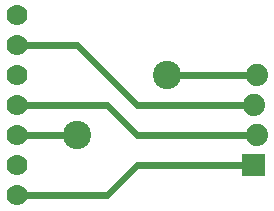
<source format=gbl>
G04 MADE WITH FRITZING*
G04 WWW.FRITZING.ORG*
G04 DOUBLE SIDED*
G04 HOLES PLATED*
G04 CONTOUR ON CENTER OF CONTOUR VECTOR*
%ASAXBY*%
%FSLAX23Y23*%
%MOIN*%
%OFA0B0*%
%SFA1.0B1.0*%
%ADD10C,0.094488*%
%ADD11C,0.074000*%
%ADD12C,0.070000*%
%ADD13C,0.024000*%
%ADD14R,0.001000X0.001000*%
%LNCOPPER0*%
G90*
G70*
G54D10*
X1602Y695D03*
G54D11*
X1892Y395D03*
X1902Y495D03*
X1892Y595D03*
X1902Y695D03*
G54D10*
X1302Y495D03*
G54D12*
X1102Y295D03*
X1102Y395D03*
X1102Y495D03*
X1102Y595D03*
X1102Y695D03*
X1102Y795D03*
X1102Y895D03*
G54D13*
X1402Y295D02*
X1502Y395D01*
D02*
X1502Y395D02*
X1861Y395D01*
D02*
X1133Y295D02*
X1402Y295D01*
D02*
X1629Y695D02*
X1871Y695D01*
D02*
X1402Y595D02*
X1502Y495D01*
D02*
X1502Y495D02*
X1871Y495D01*
D02*
X1133Y595D02*
X1402Y595D01*
D02*
X1502Y595D02*
X1861Y595D01*
D02*
X1302Y795D02*
X1502Y595D01*
D02*
X1133Y795D02*
X1302Y795D01*
D02*
X1275Y495D02*
X1133Y495D01*
G54D14*
X1854Y432D02*
X1927Y432D01*
X1854Y431D02*
X1927Y431D01*
X1854Y430D02*
X1927Y430D01*
X1854Y429D02*
X1927Y429D01*
X1854Y428D02*
X1927Y428D01*
X1854Y427D02*
X1927Y427D01*
X1854Y426D02*
X1927Y426D01*
X1854Y425D02*
X1927Y425D01*
X1854Y424D02*
X1927Y424D01*
X1854Y423D02*
X1927Y423D01*
X1854Y422D02*
X1927Y422D01*
X1854Y421D02*
X1927Y421D01*
X1854Y420D02*
X1927Y420D01*
X1854Y419D02*
X1927Y419D01*
X1854Y418D02*
X1927Y418D01*
X1854Y417D02*
X1927Y417D01*
X1854Y416D02*
X1927Y416D01*
X1854Y415D02*
X1886Y415D01*
X1895Y415D02*
X1927Y415D01*
X1854Y414D02*
X1883Y414D01*
X1898Y414D02*
X1927Y414D01*
X1854Y413D02*
X1881Y413D01*
X1900Y413D02*
X1927Y413D01*
X1854Y412D02*
X1879Y412D01*
X1902Y412D02*
X1927Y412D01*
X1854Y411D02*
X1878Y411D01*
X1903Y411D02*
X1927Y411D01*
X1854Y410D02*
X1876Y410D01*
X1905Y410D02*
X1927Y410D01*
X1854Y409D02*
X1875Y409D01*
X1906Y409D02*
X1927Y409D01*
X1854Y408D02*
X1875Y408D01*
X1906Y408D02*
X1927Y408D01*
X1854Y407D02*
X1874Y407D01*
X1907Y407D02*
X1927Y407D01*
X1854Y406D02*
X1873Y406D01*
X1908Y406D02*
X1927Y406D01*
X1854Y405D02*
X1873Y405D01*
X1908Y405D02*
X1927Y405D01*
X1854Y404D02*
X1872Y404D01*
X1909Y404D02*
X1927Y404D01*
X1854Y403D02*
X1872Y403D01*
X1909Y403D02*
X1927Y403D01*
X1854Y402D02*
X1871Y402D01*
X1910Y402D02*
X1927Y402D01*
X1854Y401D02*
X1871Y401D01*
X1910Y401D02*
X1927Y401D01*
X1854Y400D02*
X1871Y400D01*
X1910Y400D02*
X1927Y400D01*
X1854Y399D02*
X1870Y399D01*
X1911Y399D02*
X1927Y399D01*
X1854Y398D02*
X1870Y398D01*
X1911Y398D02*
X1927Y398D01*
X1854Y397D02*
X1870Y397D01*
X1911Y397D02*
X1927Y397D01*
X1854Y396D02*
X1870Y396D01*
X1911Y396D02*
X1927Y396D01*
X1854Y395D02*
X1870Y395D01*
X1911Y395D02*
X1927Y395D01*
X1854Y394D02*
X1870Y394D01*
X1911Y394D02*
X1927Y394D01*
X1854Y393D02*
X1870Y393D01*
X1911Y393D02*
X1927Y393D01*
X1854Y392D02*
X1870Y392D01*
X1911Y392D02*
X1927Y392D01*
X1854Y391D02*
X1871Y391D01*
X1910Y391D02*
X1927Y391D01*
X1854Y390D02*
X1871Y390D01*
X1910Y390D02*
X1927Y390D01*
X1854Y389D02*
X1871Y389D01*
X1910Y389D02*
X1927Y389D01*
X1854Y388D02*
X1871Y388D01*
X1910Y388D02*
X1927Y388D01*
X1854Y387D02*
X1872Y387D01*
X1909Y387D02*
X1927Y387D01*
X1854Y386D02*
X1872Y386D01*
X1909Y386D02*
X1927Y386D01*
X1854Y385D02*
X1873Y385D01*
X1908Y385D02*
X1927Y385D01*
X1854Y384D02*
X1874Y384D01*
X1907Y384D02*
X1927Y384D01*
X1854Y383D02*
X1874Y383D01*
X1907Y383D02*
X1927Y383D01*
X1854Y382D02*
X1875Y382D01*
X1906Y382D02*
X1927Y382D01*
X1854Y381D02*
X1876Y381D01*
X1905Y381D02*
X1927Y381D01*
X1854Y380D02*
X1877Y380D01*
X1904Y380D02*
X1927Y380D01*
X1854Y379D02*
X1879Y379D01*
X1902Y379D02*
X1927Y379D01*
X1854Y378D02*
X1880Y378D01*
X1901Y378D02*
X1927Y378D01*
X1854Y377D02*
X1882Y377D01*
X1899Y377D02*
X1927Y377D01*
X1854Y376D02*
X1885Y376D01*
X1896Y376D02*
X1927Y376D01*
X1854Y375D02*
X1927Y375D01*
X1854Y374D02*
X1927Y374D01*
X1854Y373D02*
X1927Y373D01*
X1854Y372D02*
X1927Y372D01*
X1854Y371D02*
X1927Y371D01*
X1854Y370D02*
X1927Y370D01*
X1854Y369D02*
X1927Y369D01*
X1854Y368D02*
X1927Y368D01*
X1854Y367D02*
X1927Y367D01*
X1854Y366D02*
X1927Y366D01*
X1854Y365D02*
X1927Y365D01*
X1854Y364D02*
X1927Y364D01*
X1854Y363D02*
X1927Y363D01*
X1854Y362D02*
X1927Y362D01*
X1854Y361D02*
X1927Y361D01*
X1854Y360D02*
X1927Y360D01*
X1854Y359D02*
X1927Y359D01*
D02*
G04 End of Copper0*
M02*
</source>
